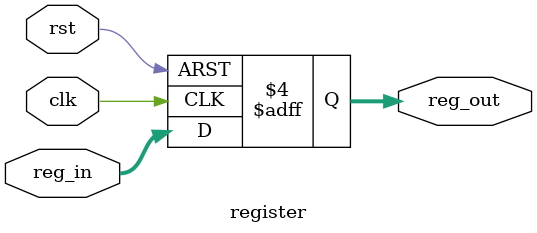
<source format=sv>
module register #(
  parameter int W = 32
) (
  input  logic           clk,
  input  logic           rst,       // 高有效复位
  input  logic [W-1:0]   reg_in,

  output logic [W-1:0]   reg_out
);

  logic rst_n;
  assign rst_n = ~rst;

  always_ff @(posedge clk or negedge rst_n) begin
    if (!rst_n) begin
      reg_out <= '0;
    end else begin
      reg_out      <= reg_in;
    end
  end


endmodule
</source>
